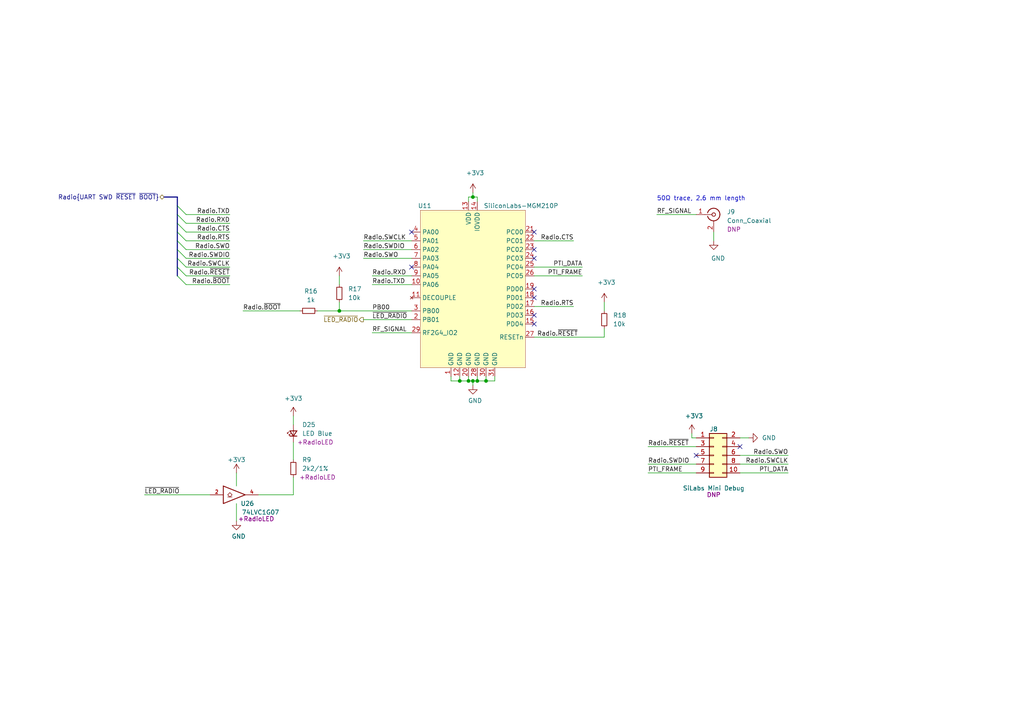
<source format=kicad_sch>
(kicad_sch (version 20211123) (generator eeschema)
  (paper "A4")
  (title_block (title "802.15.4 Radio (Zigbee/Thread)") (date "2022-04-27") (rev "1.2b") (company "Nabu Casa") (comment 1 "www.nabucasa.com") (comment 2 "Yellow"))
  (lib_symbols
    (symbol "74xGxx:74LVC1G07" (pin_names (offset 1.016))
      (property "Reference" "U" (at -2.54 3.81 0))
      (property "Value" "74LVC1G07" (at 0 -3.81 0))
      (symbol "74LVC1G07_0_1"
        (polyline (pts (xy -2.54 -0.635) (xy -1.27 -0.635)))
        (polyline (pts (xy -3.81 2.54) (xy -3.81 -2.54) (xy 2.54 0) (xy -3.81 2.54)) (stroke (width 0.254)))
        (polyline (pts (xy -1.905 0.635) (xy -2.54 0) (xy -1.905 -0.635) (xy -1.27 0) (xy -1.905 0.635)))
      )
      (symbol "74LVC1G07_1_1"
        (pin input line (at -7.62 0 0) (length 3.81) (name "~") (number "2"))
        (pin power_in line (at 0 -2.54 270) (length 0) hide (name "GND") (number "3"))
        (pin open_collector line (at 6.35 0 180) (length 3.81) (name "~") (number "4"))
        (pin power_in line (at 0 2.54 90) (length 0) hide (name "VCC") (number "5"))
      )
    )
    (symbol "Connector:Conn_Coaxial" (pin_names (offset 1.016) hide)
      (property "Reference" "J" (at 0.254 3.048 0))
      (property "Value" "Conn_Coaxial" (at 2.921 0 90))
      (symbol "Conn_Coaxial_0_1"
        (arc (start -1.778 -0.508) (mid 0.222 -1.808) (end 1.778 0) (stroke (width 0.254)))
        (polyline (pts (xy -2.54 0) (xy -0.508 0)))
        (polyline (pts (xy 0 -2.54) (xy 0 -1.778)))
        (circle (center 0 0) (radius 0.508) (stroke (width 0.2032)))
        (arc (start 1.778 0) (mid 0.222 1.8083) (end -1.778 0.508) (stroke (width 0.254)))
      )
      (symbol "Conn_Coaxial_1_1"
        (pin passive line (at -5.08 0 0) (length 2.54) (name "In") (number "1"))
        (pin passive line (at 0 -5.08 90) (length 2.54) (name "Ext") (number "2"))
      )
    )
    (symbol "Connector_Generic:Conn_02x05_Odd_Even" (pin_names (offset 1.016) hide)
      (property "Reference" "J" (at 1.27 7.62 0))
      (property "Value" "Conn_02x05_Odd_Even" (at 1.27 -7.62 0))
      (symbol "Conn_02x05_Odd_Even_1_1"
        (rectangle (start -1.27 -4.953) (end 0 -5.207) (stroke (width 0.1524)))
        (rectangle (start -1.27 -2.413) (end 0 -2.667) (stroke (width 0.1524)))
        (rectangle (start -1.27 0.127) (end 0 -0.127) (stroke (width 0.1524)))
        (rectangle (start -1.27 2.667) (end 0 2.413) (stroke (width 0.1524)))
        (rectangle (start -1.27 5.207) (end 0 4.953) (stroke (width 0.1524)))
        (rectangle (start -1.27 6.35) (end 3.81 -6.35) (stroke (width 0.254)) (fill (type background)))
        (rectangle (start 3.81 -4.953) (end 2.54 -5.207) (stroke (width 0.1524)))
        (rectangle (start 3.81 -2.413) (end 2.54 -2.667) (stroke (width 0.1524)))
        (rectangle (start 3.81 0.127) (end 2.54 -0.127) (stroke (width 0.1524)))
        (rectangle (start 3.81 2.667) (end 2.54 2.413) (stroke (width 0.1524)))
        (rectangle (start 3.81 5.207) (end 2.54 4.953) (stroke (width 0.1524)))
        (pin passive line (at -5.08 5.08 0) (length 3.81) (name "Pin_1") (number "1"))
        (pin passive line (at 7.62 -5.08 180) (length 3.81) (name "Pin_10") (number "10"))
        (pin passive line (at 7.62 5.08 180) (length 3.81) (name "Pin_2") (number "2"))
        (pin passive line (at -5.08 2.54 0) (length 3.81) (name "Pin_3") (number "3"))
        (pin passive line (at 7.62 2.54 180) (length 3.81) (name "Pin_4") (number "4"))
        (pin passive line (at -5.08 0 0) (length 3.81) (name "Pin_5") (number "5"))
        (pin passive line (at 7.62 0 180) (length 3.81) (name "Pin_6") (number "6"))
        (pin passive line (at -5.08 -2.54 0) (length 3.81) (name "Pin_7") (number "7"))
        (pin passive line (at 7.62 -2.54 180) (length 3.81) (name "Pin_8") (number "8"))
        (pin passive line (at -5.08 -5.08 0) (length 3.81) (name "Pin_9") (number "9"))
      )
    )
    (symbol "Device:LED_Small" (pin_numbers hide) (pin_names (offset 0.254) hide)
      (property "Reference" "D" (at -1.27 3.175 0))
      (property "Value" "LED_Small" (at -4.445 -2.54 0))
      (symbol "LED_Small_0_1"
        (polyline (pts (xy -0.762 -1.016) (xy -0.762 1.016)) (stroke (width 0.254)))
        (polyline (pts (xy 1.016 0) (xy -0.762 0)))
        (polyline (pts (xy 0.762 -1.016) (xy -0.762 0) (xy 0.762 1.016) (xy 0.762 -1.016)) (stroke (width 0.254)))
        (polyline (pts (xy 0 0.762) (xy -0.508 1.27) (xy -0.254 1.27) (xy -0.508 1.27) (xy -0.508 1.016)))
        (polyline (pts (xy 0.508 1.27) (xy 0 1.778) (xy 0.254 1.778) (xy 0 1.778) (xy 0 1.524)))
      )
      (symbol "LED_Small_1_1"
        (pin passive line (at -2.54 0 0) (length 1.778) (name "K") (number "1"))
        (pin passive line (at 2.54 0 180) (length 1.778) (name "A") (number "2"))
      )
    )
    (symbol "Device:R_Small" (pin_numbers hide) (pin_names (offset 0.254) hide)
      (property "Reference" "R" (at 0.762 0.508 0))
      (property "Value" "R_Small" (at 0.762 -1.016 0))
      (symbol "R_Small_0_1"
        (rectangle (start -0.762 1.778) (end 0.762 -1.778) (stroke (width 0.2032)))
      )
      (symbol "R_Small_1_1"
        (pin passive line (at 0 2.54 270) (length 0.762) (name "~") (number "1"))
        (pin passive line (at 0 -2.54 90) (length 0.762) (name "~") (number "2"))
      )
    )
    (symbol "Yellow:SiliconLabs-MGM210P"
      (property "Reference" "U" (at -13.97 24.13 0))
      (property "Value" "SiliconLabs-MGM210P" (at 19.05 -25.4 0))
      (symbol "SiliconLabs-MGM210P_0_1"
        (rectangle (start -15.24 22.86) (end 15.24 -22.86) (stroke (width 0.001)) (fill (type background)))
      )
      (symbol "SiliconLabs-MGM210P_1_1"
        (pin power_in line (at -6.35 -25.4 90) (length 2.54) (name "GND") (number "1"))
        (pin bidirectional line (at -17.78 1.27 0) (length 2.54) (name "PA06") (number "10"))
        (pin no_connect line (at -17.78 -2.54 0) (length 2.54) (name "DECOUPLE") (number "11"))
        (pin power_in line (at -3.81 -25.4 90) (length 2.54) (name "GND") (number "12"))
        (pin power_in line (at -1.27 25.4 270) (length 2.54) (name "VDD") (number "13"))
        (pin power_in line (at 1.27 25.4 270) (length 2.54) (name "IOVDD") (number "14"))
        (pin bidirectional line (at 17.78 -10.16 180) (length 2.54) (name "PD04") (number "15"))
        (pin bidirectional line (at 17.78 -7.62 180) (length 2.54) (name "PD03") (number "16"))
        (pin bidirectional line (at 17.78 -5.08 180) (length 2.54) (name "PD02") (number "17"))
        (pin bidirectional line (at 17.78 -2.54 180) (length 2.54) (name "PD01") (number "18"))
        (pin bidirectional line (at 17.78 0 180) (length 2.54) (name "PD00") (number "19"))
        (pin bidirectional line (at -17.78 -8.89 0) (length 2.54) (name "PB01") (number "2"))
        (pin power_in line (at -1.27 -25.4 90) (length 2.54) (name "GND") (number "20"))
        (pin bidirectional line (at 17.78 16.51 180) (length 2.54) (name "PC00") (number "21"))
        (pin bidirectional line (at 17.78 13.97 180) (length 2.54) (name "PC01") (number "22"))
        (pin bidirectional line (at 17.78 11.43 180) (length 2.54) (name "PC02") (number "23"))
        (pin bidirectional line (at 17.78 8.89 180) (length 2.54) (name "PC03") (number "24"))
        (pin bidirectional line (at 17.78 6.35 180) (length 2.54) (name "PC04") (number "25"))
        (pin bidirectional line (at 17.78 3.81 180) (length 2.54) (name "PC05") (number "26"))
        (pin bidirectional line (at 17.78 -13.97 180) (length 2.54) (name "RESETn") (number "27"))
        (pin power_in line (at 1.27 -25.4 90) (length 2.54) (name "GND") (number "28"))
        (pin input line (at -17.78 -12.7 0) (length 2.54) (name "RF2G4_IO2") (number "29"))
        (pin bidirectional line (at -17.78 -6.35 0) (length 2.54) (name "PB00") (number "3"))
        (pin power_in line (at 3.81 -25.4 90) (length 2.54) (name "GND") (number "30"))
        (pin power_in line (at 6.35 -25.4 90) (length 2.54) (name "GND") (number "31"))
        (pin bidirectional line (at -17.78 16.51 0) (length 2.54) (name "PA00") (number "4"))
        (pin bidirectional line (at -17.78 13.97 0) (length 2.54) (name "PA01") (number "5"))
        (pin bidirectional line (at -17.78 11.43 0) (length 2.54) (name "PA02") (number "6"))
        (pin bidirectional line (at -17.78 8.89 0) (length 2.54) (name "PA03") (number "7"))
        (pin bidirectional line (at -17.78 6.35 0) (length 2.54) (name "PA04") (number "8"))
        (pin bidirectional line (at -17.78 3.81 0) (length 2.54) (name "PA05") (number "9"))
      )
    )
    (symbol "power:+3V3" (power) (pin_names (offset 0))
      (property "Value" "+3V3" (at 0 3.556 0))
      (symbol "+3V3_0_1"
        (polyline (pts (xy -0.762 1.27) (xy 0 2.54)))
        (polyline (pts (xy 0 0) (xy 0 2.54)))
        (polyline (pts (xy 0 2.54) (xy 0.762 1.27)))
      )
      (symbol "+3V3_1_1"
        (pin power_in line (at 0 0 90) (length 0) hide (name "+3V3") (number "1"))
      )
    )
    (symbol "power:GND" (power) (pin_names (offset 0))
      (property "Value" "GND" (at 0 -3.81 0))
      (symbol "GND_0_1"
        (polyline (pts (xy 0 0) (xy 0 -1.27) (xy 1.27 -1.27) (xy 0 -2.54) (xy -1.27 -1.27) (xy 0 -1.27)))
      )
      (symbol "GND_1_1"
        (pin power_in line (at 0 0 270) (length 0) hide (name "GND") (number "1"))
      )
    )
  )
  (bus_alias "SWD" (members "SWDIO" "SWCLK" "SWO"))
  (junction (at 135.89 110.49) (diameter 0.9144))
  (junction (at 98.425 90.17) (diameter 0.9144))
  (junction (at 137.16 57.15) (diameter 0.9144))
  (junction (at 137.16 110.49) (diameter 0.9144))
  (junction (at 133.35 110.49) (diameter 0.9144))
  (junction (at 138.43 110.49) (diameter 0.9144))
  (junction (at 140.97 110.49) (diameter 0.9144))
  (no_connect (at 119.38 77.47))
  (no_connect (at 214.63 129.54))
  (no_connect (at 201.93 132.08))
  (no_connect (at 154.94 67.31))
  (no_connect (at 119.38 67.31))
  (no_connect (at 154.94 72.39))
  (no_connect (at 154.94 83.82))
  (no_connect (at 154.94 86.36))
  (no_connect (at 154.94 91.44))
  (no_connect (at 154.94 93.98))
  (no_connect (at 154.94 74.93))
  (bus_entry (at 51.435 72.39) (size 2.54 2.54) (stroke (width 0.1524)))
  (bus_entry (at 51.435 74.93) (size 2.54 2.54) (stroke (width 0.1524)))
  (bus_entry (at 51.435 69.85) (size 2.54 2.54) (stroke (width 0.1524)))
  (bus_entry (at 51.435 64.77) (size 2.54 2.54) (stroke (width 0.1524)))
  (bus_entry (at 51.435 80.01) (size 2.54 2.54) (stroke (width 0.1524)))
  (bus_entry (at 51.435 59.69) (size 2.54 2.54) (stroke (width 0.1524)))
  (bus_entry (at 51.435 77.47) (size 2.54 2.54) (stroke (width 0.1524)))
  (bus_entry (at 51.435 67.31) (size 2.54 2.54) (stroke (width 0.1524)))
  (bus_entry (at 51.435 62.23) (size 2.54 2.54) (stroke (width 0.1524)))
  (wire (pts (xy 74.93 143.51) (xy 85.09 143.51)))
  (wire (pts (xy 68.58 137.16) (xy 68.58 140.97)))
  (wire (pts (xy 98.425 90.17) (xy 119.38 90.17)))
  (wire (pts (xy 200.66 127) (xy 201.93 127)))
  (wire (pts (xy 138.43 110.49) (xy 138.43 109.22)))
  (wire (pts (xy 200.66 125.73) (xy 200.66 127)))
  (wire (pts (xy 135.89 109.22) (xy 135.89 110.49)))
  (wire (pts (xy 137.16 110.49) (xy 138.43 110.49)))
  (wire (pts (xy 41.91 143.51) (xy 60.96 143.51)))
  (wire (pts (xy 85.09 128.27) (xy 85.09 133.35)))
  (wire (pts (xy 137.16 57.15) (xy 138.43 57.15)))
  (wire (pts (xy 143.51 110.49) (xy 143.51 109.22)))
  (wire (pts (xy 53.975 74.93) (xy 66.675 74.93)))
  (wire (pts (xy 133.35 109.22) (xy 133.35 110.49)))
  (wire (pts (xy 187.96 129.54) (xy 201.93 129.54)))
  (wire (pts (xy 53.975 67.31) (xy 66.675 67.31)))
  (wire (pts (xy 137.16 57.15) (xy 135.89 57.15)))
  (wire (pts (xy 187.96 137.16) (xy 201.93 137.16)))
  (wire (pts (xy 175.26 87.63) (xy 175.26 90.17)))
  (wire (pts (xy 138.43 57.15) (xy 138.43 58.42)))
  (wire (pts (xy 107.95 80.01) (xy 119.38 80.01)))
  (wire (pts (xy 107.95 96.52) (xy 119.38 96.52)))
  (wire (pts (xy 105.41 69.85) (xy 119.38 69.85)))
  (wire (pts (xy 154.94 88.9) (xy 166.37 88.9)))
  (wire (pts (xy 137.16 111.76) (xy 137.16 110.49)))
  (wire (pts (xy 70.485 90.17) (xy 86.995 90.17)))
  (wire (pts (xy 135.89 57.15) (xy 135.89 58.42)))
  (wire (pts (xy 53.975 69.85) (xy 66.675 69.85)))
  (wire (pts (xy 138.43 110.49) (xy 140.97 110.49)))
  (bus (pts (xy 47.625 57.15) (xy 51.435 57.15)))
  (wire (pts (xy 105.41 72.39) (xy 119.38 72.39)))
  (wire (pts (xy 187.96 134.62) (xy 201.93 134.62)))
  (wire (pts (xy 53.975 77.47) (xy 66.675 77.47)))
  (wire (pts (xy 168.91 80.01) (xy 154.94 80.01)))
  (wire (pts (xy 53.975 80.01) (xy 66.675 80.01)))
  (wire (pts (xy 140.97 110.49) (xy 140.97 109.22)))
  (wire (pts (xy 85.09 120.65) (xy 85.09 123.19)))
  (wire (pts (xy 137.16 110.49) (xy 135.89 110.49)))
  (wire (pts (xy 137.16 55.88) (xy 137.16 57.15)))
  (wire (pts (xy 107.95 82.55) (xy 119.38 82.55)))
  (wire (pts (xy 53.975 64.77) (xy 66.675 64.77)))
  (wire (pts (xy 68.58 146.05) (xy 68.58 151.13)))
  (wire (pts (xy 105.41 74.93) (xy 119.38 74.93)))
  (wire (pts (xy 85.09 138.43) (xy 85.09 143.51)))
  (wire (pts (xy 130.81 110.49) (xy 130.81 109.22)))
  (wire (pts (xy 140.97 110.49) (xy 143.51 110.49)))
  (wire (pts (xy 98.425 87.63) (xy 98.425 90.17)))
  (wire (pts (xy 207.01 67.31) (xy 207.01 69.85)))
  (wire (pts (xy 214.63 127) (xy 217.17 127)))
  (wire (pts (xy 168.91 77.47) (xy 154.94 77.47)))
  (wire (pts (xy 133.35 110.49) (xy 130.81 110.49)))
  (wire (pts (xy 154.94 69.85) (xy 166.37 69.85)))
  (bus (pts (xy 51.435 77.47) (xy 51.435 80.01)))
  (bus (pts (xy 51.435 72.39) (xy 51.435 74.93)))
  (bus (pts (xy 51.435 74.93) (xy 51.435 77.47)))
  (bus (pts (xy 51.435 69.85) (xy 51.435 72.39)))
  (bus (pts (xy 51.435 64.77) (xy 51.435 67.31)))
  (bus (pts (xy 51.435 62.23) (xy 51.435 64.77)))
  (bus (pts (xy 51.435 67.31) (xy 51.435 69.85)))
  (bus (pts (xy 51.435 57.15) (xy 51.435 59.69)))
  (bus (pts (xy 51.435 59.69) (xy 51.435 62.23)))
  (wire (pts (xy 105.41 92.71) (xy 119.38 92.71)))
  (wire (pts (xy 53.975 62.23) (xy 66.675 62.23)))
  (wire (pts (xy 228.6 132.08) (xy 214.63 132.08)))
  (wire (pts (xy 175.26 95.25) (xy 175.26 97.79)))
  (wire (pts (xy 228.6 137.16) (xy 214.63 137.16)))
  (wire (pts (xy 154.94 97.79) (xy 175.26 97.79)))
  (wire (pts (xy 228.6 134.62) (xy 214.63 134.62)))
  (wire (pts (xy 53.975 82.55) (xy 66.675 82.55)))
  (wire (pts (xy 53.975 72.39) (xy 66.675 72.39)))
  (wire (pts (xy 98.425 80.01) (xy 98.425 82.55)))
  (wire (pts (xy 92.075 90.17) (xy 98.425 90.17)))
  (wire (pts (xy 190.5 62.23) (xy 201.93 62.23)))
  (wire (pts (xy 135.89 110.49) (xy 133.35 110.49)))
  (text "50Ω trace, 2.6 mm length" (at 190.5 58.42 0) (effects (font (size 1.27 1.27)) (justify left bottom)))
  (label "Radio.SWCLK" (at 105.41 69.85 0))
  (label "Radio.SWDIO" (at 66.675 74.93 180))
  (label "Radio.SWO" (at 105.41 74.93 0))
  (label "Radio.~{RESET}" (at 66.675 80.01 180))
  (label "Radio.CTS" (at 166.37 69.85 180))
  (label "PTI_DATA" (at 228.6 137.16 180))
  (label "Radio.RXD" (at 66.675 64.77 180))
  (label "Radio.TXD" (at 66.675 62.23 180))
  (label "Radio.SWDIO" (at 187.96 134.62 0))
  (label "~{LED_RADIO}" (at 107.95 92.71 0))
  (label "Radio.SWDIO" (at 105.41 72.39 0))
  (label "PTI_FRAME" (at 168.91 80.01 180))
  (label "PTI_DATA" (at 168.91 77.47 180))
  (label "Radio.~{BOOT}" (at 66.675 82.55 180))
  (label "Radio.~{RESET}" (at 187.96 129.54 0))
  (label "RF_SIGNAL" (at 190.5 62.23 0))
  (label "Radio.SWO" (at 66.675 72.39 180))
  (label "RF_SIGNAL" (at 107.95 96.52 0))
  (label "Radio.SWO" (at 228.6 132.08 180))
  (label "Radio.SWCLK" (at 66.675 77.47 180))
  (label "Radio.RXD" (at 107.95 80.01 0))
  (label "Radio.RTS" (at 66.675 69.85 180))
  (label "Radio.TXD" (at 107.95 82.55 0))
  (label "Radio.RTS" (at 166.37 88.9 180))
  (label "Radio.SWCLK" (at 228.6 134.62 180))
  (label "Radio.~{BOOT}" (at 70.485 90.17 0))
  (label "Radio.CTS" (at 66.675 67.31 180))
  (label "PTI_FRAME" (at 187.96 137.16 0))
  (label "~{LED_RADIO}" (at 41.91 143.51 0))
  (label "PB00" (at 107.95 90.17 0))
  (label "Radio.~{RESET}" (at 167.64 97.79 180))
  (hierarchical_label "Radio{UART SWD ~{RESET} ~{BOOT}}" (shape bidirectional) (at 47.625 57.15 180))
  (hierarchical_label "~{LED_RADIO}" (shape output) (at 105.41 92.71 180))
  (symbol (lib_id "power:+3V3") (at 98.425 80.01 0) (unit 1)
    (property "Reference" "#PWR055" (effects hide))
    (property "Value" "+3V3" (at 99.06 74.295 0))
  )
  (symbol (lib_id "Device:R_Small") (at 98.425 85.09 180) (unit 1)
    (property "Reference" "R17" (at 100.965 83.82 0) (effects (justify right)))
    (property "Value" "10k" (at 100.965 86.36 0) (effects (justify right)))
    (property "Footprint" "Resistor_SMD:R_0402_1005Metric" (effects hide))
  )
  (symbol (lib_id "Device:LED_Small") (at 85.09 125.73 90) (unit 1)
    (property "Reference" "D25" (at 87.63 123.19 90) (effects (justify right)))
    (property "Value" "LED Blue" (at 87.63 125.73 90) (effects (justify right)))
    (property "Footprint" "LED_SMD:LED_0603_1608Metric" (effects hide))
    (property "Datasheet" "https://datasheet.lcsc.com/lcsc/1810101813_Everlight-Elec-19-213-Y2C-CQ2R2L-3T-CY_C72038.pdf" (effects hide))
    (property "Manufacturer" "Everlight Elec" (effects hide))
    (property "PartNumber" "19-217/BHC-ZL1M2RY/3T" (effects hide))
    (property "Config" "+RadioLED" (at 91.44 128.27 90))
  )
  (symbol (lib_id "74xGxx:74LVC1G07") (at 68.58 143.51 0) (unit 1)
    (property "Reference" "U26" (at 71.755 146.05 0))
    (property "Value" "74LVC1G07" (at 75.565 148.59 0))
    (property "Footprint" "Package_TO_SOT_SMD:SOT-23-5" (effects hide))
    (property "Datasheet" "https://www.ti.com/lit/sg/scyt129g/scyt129g.pdf" (effects hide))
    (property "Manufacturer" "Texas Instruments" (effects hide))
    (property "PartNumber" "SN74LVC1G07DBV" (effects hide))
    (property "Config" "+RadioLED" (at 74.295 150.495 0))
  )
  (symbol (lib_id "Device:R_Small") (at 175.26 92.71 180) (unit 1)
    (property "Reference" "R18" (at 177.8 91.44 0) (effects (justify right)))
    (property "Value" "10k" (at 177.8 93.98 0) (effects (justify right)))
    (property "Footprint" "Resistor_SMD:R_0402_1005Metric" (effects hide))
  )
  (symbol (lib_id "Device:R_Small") (at 89.535 90.17 90) (unit 1)
    (property "Reference" "R16" (at 90.17 84.455 90))
    (property "Value" "1k" (at 90.17 86.995 90))
    (property "Footprint" "Resistor_SMD:R_0402_1005Metric" (effects hide))
  )
  (symbol (lib_id "power:+3V3") (at 137.16 55.88 0) (unit 1)
    (property "Reference" "#PWR058" (effects hide))
    (property "Value" "+3V3" (at 137.795 50.165 0))
  )
  (symbol (lib_id "power:+3V3") (at 68.58 137.16 0) (unit 1)
    (property "Reference" "#PWR0210" (effects hide))
    (property "Value" "+3V3" (at 68.58 133.35 0))
  )
  (symbol (lib_id "power:+3V3") (at 175.26 87.63 0) (unit 1)
    (property "Reference" "#PWR060" (effects hide))
    (property "Value" "+3V3" (at 175.895 81.915 0))
  )
  (symbol (lib_id "power:GND") (at 68.58 151.13 0) (unit 1)
    (property "Reference" "#PWR0211" (effects hide))
    (property "Value" "GND" (at 69.215 155.575 0))
  )
  (symbol (lib_id "power:GND") (at 207.01 69.85 0) (unit 1)
    (property "Reference" "#PWR061" (effects hide))
    (property "Value" "GND" (at 208.28 74.93 0))
  )
  (symbol (lib_id "Connector_Generic:Conn_02x05_Odd_Even") (at 207.01 132.08 0) (unit 1)
    (property "Reference" "J8" (at 207.01 124.46 0))
    (property "Value" "SiLabs Mini Debug" (at 207.01 141.605 0))
    (property "Footprint" "Connector_PinHeader_1.27mm:PinHeader_2x05_P1.27mm_Vertical" (effects hide))
    (property "Config" "DNP" (at 207.01 143.51 0))
  )
  (symbol (lib_id "power:+3V3") (at 200.66 125.73 0) (unit 1)
    (property "Reference" "#PWR056" (effects hide))
    (property "Value" "+3V3" (at 201.295 120.65 0))
  )
  (symbol (lib_id "power:GND") (at 217.17 127 90) (unit 1)
    (property "Reference" "#PWR057" (effects hide))
    (property "Value" "GND" (at 220.98 127 90) (effects (justify right)))
  )
  (symbol (lib_id "Yellow:SiliconLabs-MGM210P") (at 137.16 83.82 0) (unit 1)
    (property "Reference" "U11" (at 123.19 59.69 0))
    (property "Value" "SiliconLabs-MGM210P" (at 151.13 59.69 0))
    (property "Footprint" "Yellow:SiliconLabs_MGM210P" (effects hide))
    (property "Datasheet" "https://www.silabs.com/documents/public/data-sheets/mgm210p-datasheet.pdf" (effects hide))
    (property "Manufacturer" "Silicon Laboratories" (effects hide))
    (property "PartNumber" "MGM210PA32JIA2" (effects hide))
  )
  (symbol (lib_id "Connector:Conn_Coaxial") (at 207.01 62.23 0) (unit 1)
    (property "Reference" "J9" (at 210.82 61.4552 0) (effects (justify left)))
    (property "Value" "Conn_Coaxial" (at 210.82 63.9952 0) (effects (justify left)))
    (property "Footprint" "Connector_Coaxial:U.FL_Hirose_U.FL-R-SMT-1_Vertical" (effects hide))
    (property "Datasheet" " ~" (effects hide))
    (property "Manufacturer" "Linx Technologies" (effects hide))
    (property "PartNumber" "CONUFL001-SMD-T" (effects hide))
    (property "Config" "DNP" (at 210.82 66.5352 0) (effects (justify left)))
  )
  (symbol (lib_id "power:+3V3") (at 85.09 120.65 0) (unit 1)
    (property "Reference" "#PWR0212" (effects hide))
    (property "Value" "+3V3" (at 85.09 115.57 0))
  )
  (symbol (lib_id "Device:R_Small") (at 85.09 135.89 0) (unit 1)
    (property "Reference" "R9" (at 87.63 133.35 0) (effects (justify left)))
    (property "Value" "2k2/1%" (at 87.63 135.89 0) (effects (justify left)))
    (property "Footprint" "Resistor_SMD:R_0402_1005Metric" (effects hide))
    (property "Config" "+RadioLED" (at 92.075 138.43 0))
  )
  (symbol (lib_id "power:GND") (at 137.16 111.76 0) (unit 1)
    (property "Reference" "#PWR059" (effects hide))
    (property "Value" "GND" (at 137.795 116.205 0))
  )
)
</source>
